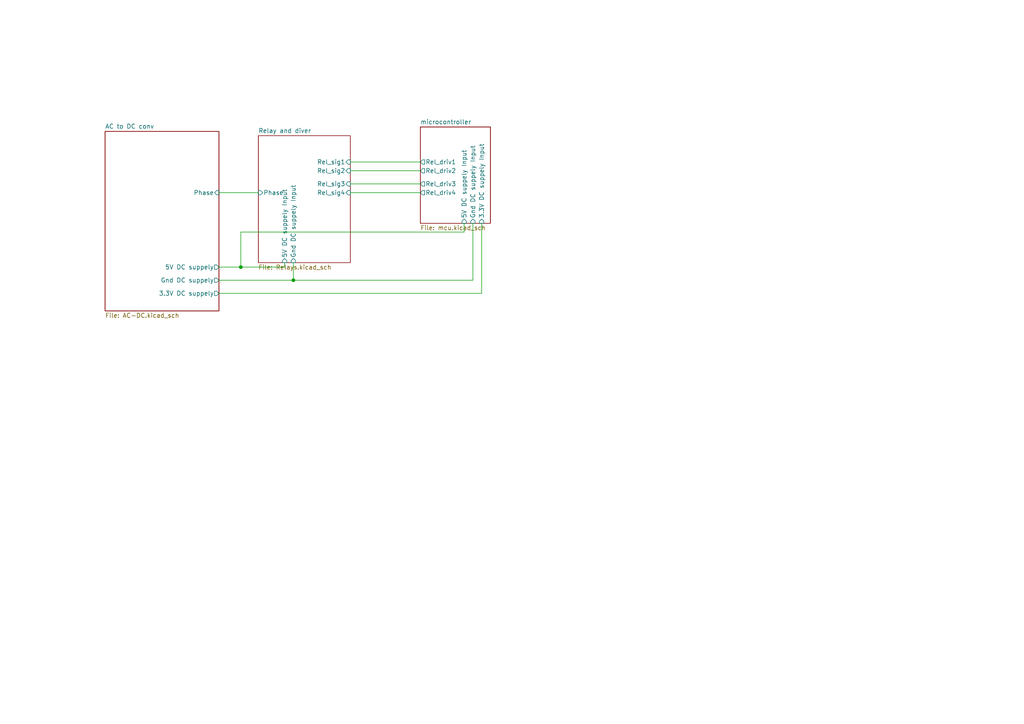
<source format=kicad_sch>
(kicad_sch
	(version 20231120)
	(generator "eeschema")
	(generator_version "8.0")
	(uuid "fb13741d-37d5-4c22-9791-0e2ba86035f2")
	(paper "A4")
	(title_block
		(title "BDBM")
		(date "2024-07-22")
		(rev "0.1")
		(comment 1 "Designed by Raksh")
	)
	(lib_symbols)
	(junction
		(at 85.09 81.28)
		(diameter 0)
		(color 0 0 0 0)
		(uuid "9c47bd7f-af12-4aaa-8f29-f9ba1f56b50c")
	)
	(junction
		(at 69.85 77.47)
		(diameter 0)
		(color 0 0 0 0)
		(uuid "9f1053ce-eccc-4db7-9bb4-cfa1c6fdd7a8")
	)
	(wire
		(pts
			(xy 85.09 81.28) (xy 85.09 76.2)
		)
		(stroke
			(width 0)
			(type default)
		)
		(uuid "11e6f12c-dc85-46a1-84ee-74a132e35c87")
	)
	(wire
		(pts
			(xy 69.85 67.31) (xy 134.62 67.31)
		)
		(stroke
			(width 0)
			(type default)
		)
		(uuid "1fb8012a-ddde-49dd-bab1-005e4c045435")
	)
	(wire
		(pts
			(xy 63.5 81.28) (xy 85.09 81.28)
		)
		(stroke
			(width 0)
			(type default)
		)
		(uuid "2368f8a4-c0fd-4073-b410-37cadaafa7bb")
	)
	(wire
		(pts
			(xy 63.5 77.47) (xy 69.85 77.47)
		)
		(stroke
			(width 0)
			(type default)
		)
		(uuid "2c2eb6c1-692e-46c4-9634-10c03888d91e")
	)
	(wire
		(pts
			(xy 63.5 55.88) (xy 74.93 55.88)
		)
		(stroke
			(width 0)
			(type default)
		)
		(uuid "3170e706-5e2b-4842-b0f9-806434a00852")
	)
	(wire
		(pts
			(xy 101.6 46.99) (xy 121.92 46.99)
		)
		(stroke
			(width 0)
			(type default)
		)
		(uuid "71e30d7e-8ab7-4e89-937e-478f24a5880c")
	)
	(wire
		(pts
			(xy 121.92 53.34) (xy 101.6 53.34)
		)
		(stroke
			(width 0)
			(type default)
		)
		(uuid "84907dff-8d6f-4e5f-b79f-dad2e7392c64")
	)
	(wire
		(pts
			(xy 69.85 77.47) (xy 69.85 67.31)
		)
		(stroke
			(width 0)
			(type default)
		)
		(uuid "85724f39-6f76-4945-8d8f-4061b824ac7c")
	)
	(wire
		(pts
			(xy 134.62 67.31) (xy 134.62 64.77)
		)
		(stroke
			(width 0)
			(type default)
		)
		(uuid "8bb85002-eb2c-4e44-a29a-f1748b19761a")
	)
	(wire
		(pts
			(xy 85.09 81.28) (xy 137.16 81.28)
		)
		(stroke
			(width 0)
			(type default)
		)
		(uuid "8fb307c5-c000-457d-90d0-6e4f3e95067e")
	)
	(wire
		(pts
			(xy 139.7 64.77) (xy 139.7 85.09)
		)
		(stroke
			(width 0)
			(type default)
		)
		(uuid "93ba96fb-8928-416b-a47b-de48925bfbdb")
	)
	(wire
		(pts
			(xy 139.7 85.09) (xy 63.5 85.09)
		)
		(stroke
			(width 0)
			(type default)
		)
		(uuid "98018663-1059-46fa-a105-9bfcb638d31d")
	)
	(wire
		(pts
			(xy 101.6 49.53) (xy 121.92 49.53)
		)
		(stroke
			(width 0)
			(type default)
		)
		(uuid "9d011884-a33d-4f82-b579-ea8bdd9a8eda")
	)
	(wire
		(pts
			(xy 121.92 55.88) (xy 101.6 55.88)
		)
		(stroke
			(width 0)
			(type default)
		)
		(uuid "9ebf85d2-de6e-47a7-b6c1-4d0cbbb67f70")
	)
	(wire
		(pts
			(xy 82.55 77.47) (xy 82.55 76.2)
		)
		(stroke
			(width 0)
			(type default)
		)
		(uuid "a0525896-0bb4-492c-9efe-a2f96b669d46")
	)
	(wire
		(pts
			(xy 137.16 81.28) (xy 137.16 64.77)
		)
		(stroke
			(width 0)
			(type default)
		)
		(uuid "abf1adeb-fd63-4576-9972-596b7c499958")
	)
	(wire
		(pts
			(xy 69.85 77.47) (xy 82.55 77.47)
		)
		(stroke
			(width 0)
			(type default)
		)
		(uuid "d75ae671-09f3-4c61-9df0-f3a1c9a96f54")
	)
	(sheet
		(at 30.48 38.1)
		(size 33.02 52.07)
		(fields_autoplaced yes)
		(stroke
			(width 0.1524)
			(type solid)
		)
		(fill
			(color 0 0 0 0.0000)
		)
		(uuid "07661c57-84c8-4f88-982a-f9992d1fc9ec")
		(property "Sheetname" "AC to DC conv"
			(at 30.48 37.3884 0)
			(effects
				(font
					(size 1.27 1.27)
				)
				(justify left bottom)
			)
		)
		(property "Sheetfile" "AC-DC.kicad_sch"
			(at 30.48 90.7546 0)
			(effects
				(font
					(size 1.27 1.27)
				)
				(justify left top)
			)
		)
		(pin "Phase" input
			(at 63.5 55.88 0)
			(effects
				(font
					(size 1.27 1.27)
				)
				(justify right)
			)
			(uuid "3e508ca4-31a0-43d9-af70-80b8e17111a4")
		)
		(pin "3.3V DC suppely" output
			(at 63.5 85.09 0)
			(effects
				(font
					(size 1.27 1.27)
				)
				(justify right)
			)
			(uuid "d35565fd-70df-42c0-a082-dcc220e9400e")
		)
		(pin "5V DC suppely" output
			(at 63.5 77.47 0)
			(effects
				(font
					(size 1.27 1.27)
				)
				(justify right)
			)
			(uuid "5e9c685e-9037-4bbd-94ac-680f26ad5a44")
		)
		(pin "Gnd DC suppely" output
			(at 63.5 81.28 0)
			(effects
				(font
					(size 1.27 1.27)
				)
				(justify right)
			)
			(uuid "a7117013-a557-4507-be6f-fab27ae83242")
		)
		(instances
			(project "AC Relay"
				(path "/fb13741d-37d5-4c22-9791-0e2ba86035f2"
					(page "2")
				)
			)
		)
	)
	(sheet
		(at 74.93 39.37)
		(size 26.67 36.83)
		(fields_autoplaced yes)
		(stroke
			(width 0.1524)
			(type solid)
		)
		(fill
			(color 0 0 0 0.0000)
		)
		(uuid "549a003a-5ad1-4e1d-a424-741fce4d057b")
		(property "Sheetname" "Relay and diver"
			(at 74.93 38.6584 0)
			(effects
				(font
					(size 1.27 1.27)
				)
				(justify left bottom)
			)
		)
		(property "Sheetfile" "Relays.kicad_sch"
			(at 74.93 76.7846 0)
			(effects
				(font
					(size 1.27 1.27)
				)
				(justify left top)
			)
		)
		(pin "Rel_sig2" input
			(at 101.6 49.53 0)
			(effects
				(font
					(size 1.27 1.27)
				)
				(justify right)
			)
			(uuid "c9f788bf-d24c-4809-a9f7-089aed2aafde")
		)
		(pin "Phase" input
			(at 74.93 55.88 180)
			(effects
				(font
					(size 1.27 1.27)
				)
				(justify left)
			)
			(uuid "2b79858a-5182-432d-aabb-710777028f66")
		)
		(pin "Rel_sig3" input
			(at 101.6 53.34 0)
			(effects
				(font
					(size 1.27 1.27)
				)
				(justify right)
			)
			(uuid "e70124b9-2e3a-4f35-9a2d-c4ee43fa7e4f")
		)
		(pin "Rel_sig1" input
			(at 101.6 46.99 0)
			(effects
				(font
					(size 1.27 1.27)
				)
				(justify right)
			)
			(uuid "f5d94884-7a5d-4001-bb53-03b428545091")
		)
		(pin "Rel_sig4" input
			(at 101.6 55.88 0)
			(effects
				(font
					(size 1.27 1.27)
				)
				(justify right)
			)
			(uuid "4b1c7c13-67f8-4d60-9094-25e538ed5dd6")
		)
		(pin "5V DC suppely Input" input
			(at 82.55 76.2 270)
			(effects
				(font
					(size 1.27 1.27)
				)
				(justify left)
			)
			(uuid "6447dde7-5594-45cd-ad09-bb25991a96c8")
		)
		(pin "Gnd DC suppely Input" input
			(at 85.09 76.2 270)
			(effects
				(font
					(size 1.27 1.27)
				)
				(justify left)
			)
			(uuid "cbdab007-bd01-4d82-97be-e55ddf94b533")
		)
		(instances
			(project "AC Relay"
				(path "/fb13741d-37d5-4c22-9791-0e2ba86035f2"
					(page "3")
				)
			)
		)
	)
	(sheet
		(at 121.92 36.83)
		(size 20.32 27.94)
		(fields_autoplaced yes)
		(stroke
			(width 0.1524)
			(type solid)
		)
		(fill
			(color 0 0 0 0.0000)
		)
		(uuid "bb629db4-3d45-4c18-8869-eaa8d17c5a39")
		(property "Sheetname" "microcontroller"
			(at 121.92 36.1184 0)
			(effects
				(font
					(size 1.27 1.27)
				)
				(justify left bottom)
			)
		)
		(property "Sheetfile" "mcu.kicad_sch"
			(at 121.92 65.3546 0)
			(effects
				(font
					(size 1.27 1.27)
				)
				(justify left top)
			)
		)
		(pin "5V DC suppely Input" input
			(at 134.62 64.77 270)
			(effects
				(font
					(size 1.27 1.27)
				)
				(justify left)
			)
			(uuid "fbb5caba-4f40-4ac9-9e6f-aa0a4a452e3e")
		)
		(pin "Gnd DC suppely Input" input
			(at 137.16 64.77 270)
			(effects
				(font
					(size 1.27 1.27)
				)
				(justify left)
			)
			(uuid "b57b6d67-afbb-457c-863e-0105271dc359")
		)
		(pin "3.3V DC suppely Input" input
			(at 139.7 64.77 270)
			(effects
				(font
					(size 1.27 1.27)
				)
				(justify left)
			)
			(uuid "dec5c33a-aae9-4dad-b916-19dca1c8f431")
		)
		(pin "Rel_driv3" output
			(at 121.92 53.34 180)
			(effects
				(font
					(size 1.27 1.27)
				)
				(justify left)
			)
			(uuid "24adad12-8376-4901-8de6-09300deccd61")
		)
		(pin "Rel_driv1" output
			(at 121.92 46.99 180)
			(effects
				(font
					(size 1.27 1.27)
				)
				(justify left)
			)
			(uuid "d8ee7bd1-2ad9-40da-aaa6-8b5cad2caa74")
		)
		(pin "Rel_driv4" output
			(at 121.92 55.88 180)
			(effects
				(font
					(size 1.27 1.27)
				)
				(justify left)
			)
			(uuid "dc5bc3aa-f450-42e8-a4a5-761981bac26c")
		)
		(pin "Rel_driv2" output
			(at 121.92 49.53 180)
			(effects
				(font
					(size 1.27 1.27)
				)
				(justify left)
			)
			(uuid "392fe469-8b56-471c-92ba-8186fef7b049")
		)
		(instances
			(project "AC Relay"
				(path "/fb13741d-37d5-4c22-9791-0e2ba86035f2"
					(page "4")
				)
			)
		)
	)
	(sheet_instances
		(path "/"
			(page "1")
		)
	)
)

</source>
